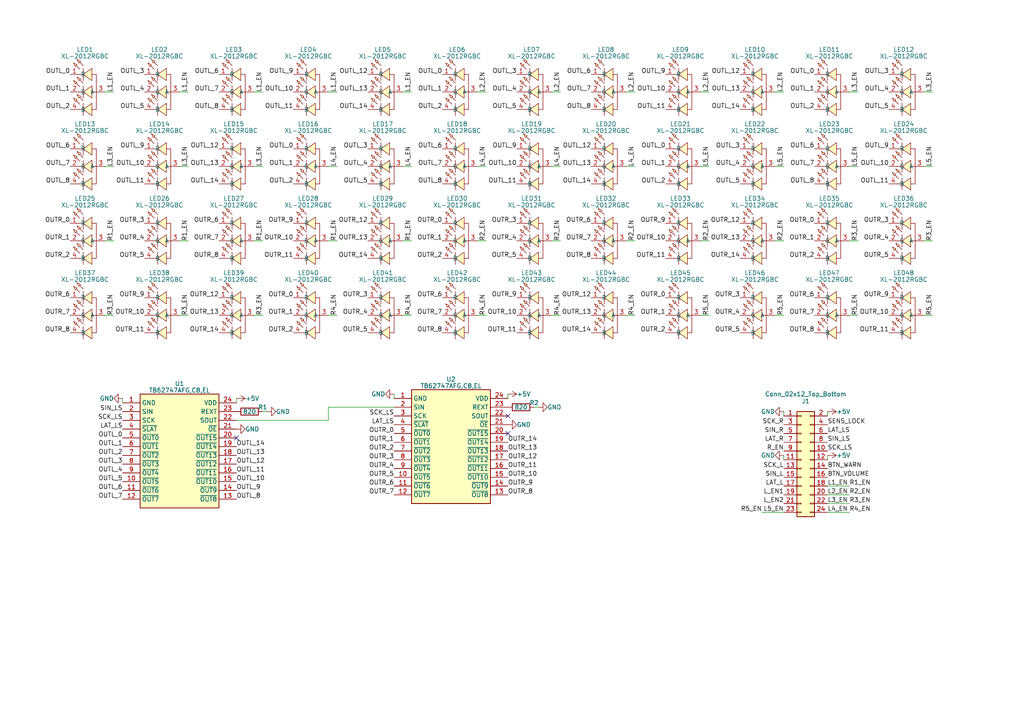
<source format=kicad_sch>
(kicad_sch (version 20230121) (generator eeschema)
  (paper "A4")
  (lib_symbols
    (symbol "C965848:XL-2012RGBC"
      (property "Reference" "LED" (at 0 10.16 0))
      (property "Value" "XL-2012RGBC" (at 0 -10.16 0))
      (symbol "XL-2012RGBC_0_1"
        (polyline (pts (xy -1.27 -5.08) (xy -2.54 -5.08)))
        (polyline (pts (xy -1.27 -3.3) (xy -1.27 -6.86)))
        (polyline (pts (xy -1.27 0) (xy -2.54 0)))
        (polyline (pts (xy -1.27 1.78) (xy -1.27 -1.78)))
        (polyline (pts (xy -1.27 5.08) (xy -2.54 5.08)))
        (polyline (pts (xy -1.27 6.86) (xy -1.27 3.3)))
        (polyline (pts (xy 2.54 -5.08) (xy 1.27 -5.08)))
        (polyline (pts (xy 2.54 0) (xy 1.27 0)))
        (polyline (pts (xy 2.54 5.08) (xy 1.27 5.08)))
        (polyline (pts (xy 2.54 5.08) (xy 2.54 -5.08)))
        (polyline (pts (xy -2.29 -3.56) (xy -3.3 -2.54) (xy -2.29 -3.56)) (fill (type background)))
        (polyline (pts (xy -2.29 1.52) (xy -3.3 2.54) (xy -2.29 1.52)) (fill (type background)))
        (polyline (pts (xy -2.29 6.6) (xy -3.3 7.62) (xy -2.29 6.6)) (fill (type background)))
        (polyline (pts (xy -1.27 -2.54) (xy -2.29 -1.52) (xy -1.27 -2.54)) (fill (type background)))
        (polyline (pts (xy -1.27 2.54) (xy -2.29 3.56) (xy -1.27 2.54)) (fill (type background)))
        (polyline (pts (xy -1.27 7.62) (xy -2.29 8.64) (xy -1.27 7.62)) (fill (type background)))
        (polyline (pts (xy -4.06 -1.78) (xy -3.05 -2.29) (xy -3.56 -2.79) (xy -4.06 -1.78)) (fill (type background)))
        (polyline (pts (xy -4.06 3.3) (xy -3.05 2.79) (xy -3.56 2.29) (xy -4.06 3.3)) (fill (type background)))
        (polyline (pts (xy -4.06 8.38) (xy -3.05 7.87) (xy -3.56 7.37) (xy -4.06 8.38)) (fill (type background)))
        (polyline (pts (xy -3.05 -0.76) (xy -2.03 -1.27) (xy -2.54 -1.78) (xy -3.05 -0.76)) (fill (type background)))
        (polyline (pts (xy -3.05 4.32) (xy -2.03 3.81) (xy -2.54 3.3) (xy -3.05 4.32)) (fill (type background)))
        (polyline (pts (xy -3.05 9.4) (xy -2.03 8.89) (xy -2.54 8.38) (xy -3.05 9.4)) (fill (type background)))
        (polyline (pts (xy 1.27 -3.3) (xy -1.27 -5.08) (xy 1.27 -6.86) (xy 1.27 -3.3)) (fill (type background)))
        (polyline (pts (xy 1.27 1.78) (xy -1.27 0) (xy 1.27 -1.78) (xy 1.27 1.78)) (fill (type background)))
        (polyline (pts (xy 1.27 6.86) (xy -1.27 5.08) (xy 1.27 3.3) (xy 1.27 6.86)) (fill (type background)))
      )
      (symbol "XL-2012RGBC_1_1"
        (pin power_out line (at -5.08 5.08 0) (length 2.54) (name "R") (number "1"))
        (pin power_out line (at -5.08 0 0) (length 2.54) (name "G") (number "2"))
        (pin power_in line (at 5.08 0 180) (length 2.54) (name "A") (number "3"))
        (pin power_out line (at -5.08 -5.08 0) (length 2.54) (name "B") (number "4"))
      )
    )
    (symbol "Connector_Generic:Conn_02x12_Odd_Even" (pin_names (offset 1.016) hide)
      (property "Reference" "J" (at 1.27 15.24 0))
      (property "Value" "Conn_02x12_Odd_Even" (at 1.27 -17.78 0))
      (symbol "Conn_02x12_Odd_Even_1_1"
        (rectangle (start -1.27 -15.113) (end 0 -15.367) (stroke (width 0.1524)))
        (rectangle (start -1.27 -12.573) (end 0 -12.827) (stroke (width 0.1524)))
        (rectangle (start -1.27 -10.033) (end 0 -10.287) (stroke (width 0.1524)))
        (rectangle (start -1.27 -7.493) (end 0 -7.747) (stroke (width 0.1524)))
        (rectangle (start -1.27 -4.953) (end 0 -5.207) (stroke (width 0.1524)))
        (rectangle (start -1.27 -2.413) (end 0 -2.667) (stroke (width 0.1524)))
        (rectangle (start -1.27 0.127) (end 0 -0.127) (stroke (width 0.1524)))
        (rectangle (start -1.27 2.667) (end 0 2.413) (stroke (width 0.1524)))
        (rectangle (start -1.27 5.207) (end 0 4.953) (stroke (width 0.1524)))
        (rectangle (start -1.27 7.747) (end 0 7.493) (stroke (width 0.1524)))
        (rectangle (start -1.27 10.287) (end 0 10.033) (stroke (width 0.1524)))
        (rectangle (start -1.27 12.827) (end 0 12.573) (stroke (width 0.1524)))
        (rectangle (start -1.27 13.97) (end 3.81 -16.51) (stroke (width 0.254)) (fill (type background)))
        (rectangle (start 3.81 -15.113) (end 2.54 -15.367) (stroke (width 0.1524)))
        (rectangle (start 3.81 -12.573) (end 2.54 -12.827) (stroke (width 0.1524)))
        (rectangle (start 3.81 -10.033) (end 2.54 -10.287) (stroke (width 0.1524)))
        (rectangle (start 3.81 -7.493) (end 2.54 -7.747) (stroke (width 0.1524)))
        (rectangle (start 3.81 -4.953) (end 2.54 -5.207) (stroke (width 0.1524)))
        (rectangle (start 3.81 -2.413) (end 2.54 -2.667) (stroke (width 0.1524)))
        (rectangle (start 3.81 0.127) (end 2.54 -0.127) (stroke (width 0.1524)))
        (rectangle (start 3.81 2.667) (end 2.54 2.413) (stroke (width 0.1524)))
        (rectangle (start 3.81 5.207) (end 2.54 4.953) (stroke (width 0.1524)))
        (rectangle (start 3.81 7.747) (end 2.54 7.493) (stroke (width 0.1524)))
        (rectangle (start 3.81 10.287) (end 2.54 10.033) (stroke (width 0.1524)))
        (rectangle (start 3.81 12.827) (end 2.54 12.573) (stroke (width 0.1524)))
        (pin passive line (at -5.08 12.7 0) (length 3.81) (name "Pin_1") (number "1"))
        (pin passive line (at 7.62 2.54 180) (length 3.81) (name "Pin_10") (number "10"))
        (pin passive line (at -5.08 0 0) (length 3.81) (name "Pin_11") (number "11"))
        (pin passive line (at 7.62 0 180) (length 3.81) (name "Pin_12") (number "12"))
        (pin passive line (at -5.08 -2.54 0) (length 3.81) (name "Pin_13") (number "13"))
        (pin passive line (at 7.62 -2.54 180) (length 3.81) (name "Pin_14") (number "14"))
        (pin passive line (at -5.08 -5.08 0) (length 3.81) (name "Pin_15") (number "15"))
        (pin passive line (at 7.62 -5.08 180) (length 3.81) (name "Pin_16") (number "16"))
        (pin passive line (at -5.08 -7.62 0) (length 3.81) (name "Pin_17") (number "17"))
        (pin passive line (at 7.62 -7.62 180) (length 3.81) (name "Pin_18") (number "18"))
        (pin passive line (at -5.08 -10.16 0) (length 3.81) (name "Pin_19") (number "19"))
        (pin passive line (at 7.62 12.7 180) (length 3.81) (name "Pin_2") (number "2"))
        (pin passive line (at 7.62 -10.16 180) (length 3.81) (name "Pin_20") (number "20"))
        (pin passive line (at -5.08 -12.7 0) (length 3.81) (name "Pin_21") (number "21"))
        (pin passive line (at 7.62 -12.7 180) (length 3.81) (name "Pin_22") (number "22"))
        (pin passive line (at -5.08 -15.24 0) (length 3.81) (name "Pin_23") (number "23"))
        (pin passive line (at 7.62 -15.24 180) (length 3.81) (name "Pin_24") (number "24"))
        (pin passive line (at -5.08 10.16 0) (length 3.81) (name "Pin_3") (number "3"))
        (pin passive line (at 7.62 10.16 180) (length 3.81) (name "Pin_4") (number "4"))
        (pin passive line (at -5.08 7.62 0) (length 3.81) (name "Pin_5") (number "5"))
        (pin passive line (at 7.62 7.62 180) (length 3.81) (name "Pin_6") (number "6"))
        (pin passive line (at -5.08 5.08 0) (length 3.81) (name "Pin_7") (number "7"))
        (pin passive line (at 7.62 5.08 180) (length 3.81) (name "Pin_8") (number "8"))
        (pin passive line (at -5.08 2.54 0) (length 3.81) (name "Pin_9") (number "9"))
      )
    )
    (symbol "Device:R" (pin_numbers hide) (pin_names (offset 0))
      (property "Reference" "R" (at 2.032 0 90))
      (property "Value" "R" (at 0 0 90))
      (symbol "R_0_1"
        (rectangle (start -1.016 -2.54) (end 1.016 2.54) (stroke (width 0.254)))
      )
      (symbol "R_1_1"
        (pin passive line (at 0 3.81 270) (length 1.27) (name "~") (number "1"))
        (pin passive line (at 0 -3.81 90) (length 1.27) (name "~") (number "2"))
      )
    )
    (symbol "TB62747AFG_C8_EL:TB62747AFG,C8,EL"
      (property "Reference" "IC" (at 29.21 7.62 0))
      (property "Value" "TB62747AFG,C8,EL" (at 29.21 5.08 0))
      (symbol "TB62747AFG,C8,EL_1_1"
        (rectangle (start 5.08 2.54) (end 27.94 -30.48) (stroke (width 0.254)) (fill (type background)))
        (pin passive line (at 0 0 0) (length 5.08) (name "GND") (number "1"))
        (pin passive line (at 0 -22.86 0) (length 5.08) (name "~{OUT5}") (number "10"))
        (pin passive line (at 0 -25.4 0) (length 5.08) (name "~{OUT6}") (number "11"))
        (pin passive line (at 0 -27.94 0) (length 5.08) (name "~{OUT7}") (number "12"))
        (pin passive line (at 33.02 -27.94 180) (length 5.08) (name "~{OUT8}") (number "13"))
        (pin passive line (at 33.02 -25.4 180) (length 5.08) (name "~{OUT9}") (number "14"))
        (pin passive line (at 33.02 -22.86 180) (length 5.08) (name "~{OUT10}") (number "15"))
        (pin passive line (at 33.02 -20.32 180) (length 5.08) (name "~{OUT11}") (number "16"))
        (pin passive line (at 33.02 -17.78 180) (length 5.08) (name "~{OUT12}") (number "17"))
        (pin passive line (at 33.02 -15.24 180) (length 5.08) (name "~{OUT13}") (number "18"))
        (pin passive line (at 33.02 -12.7 180) (length 5.08) (name "~{OUT14}") (number "19"))
        (pin passive line (at 0 -2.54 0) (length 5.08) (name "SIN") (number "2"))
        (pin passive line (at 33.02 -10.16 180) (length 5.08) (name "~{OUT15}") (number "20"))
        (pin passive line (at 33.02 -7.62 180) (length 5.08) (name "~{OE}") (number "21"))
        (pin passive line (at 33.02 -5.08 180) (length 5.08) (name "SOUT") (number "22"))
        (pin passive line (at 33.02 -2.54 180) (length 5.08) (name "REXT") (number "23"))
        (pin passive line (at 33.02 0 180) (length 5.08) (name "VDD") (number "24"))
        (pin passive line (at 0 -5.08 0) (length 5.08) (name "SCK") (number "3"))
        (pin passive line (at 0 -7.62 0) (length 5.08) (name "~{SLAT}") (number "4"))
        (pin passive line (at 0 -10.16 0) (length 5.08) (name "~{OUT0}") (number "5"))
        (pin passive line (at 0 -12.7 0) (length 5.08) (name "~{OUT1}") (number "6"))
        (pin passive line (at 0 -15.24 0) (length 5.08) (name "~{OUT2}") (number "7"))
        (pin passive line (at 0 -17.78 0) (length 5.08) (name "~{OUT3}") (number "8"))
        (pin passive line (at 0 -20.32 0) (length 5.08) (name "~{OUT4}") (number "9"))
      )
    )
    (symbol "power:+5V" (power) (pin_names (offset 0))
      (property "Value" "+5V" (at 0 3.556 0))
      (symbol "+5V_0_1"
        (polyline (pts (xy -0.762 1.27) (xy 0 2.54)))
        (polyline (pts (xy 0 0) (xy 0 2.54)))
        (polyline (pts (xy 0 2.54) (xy 0.762 1.27)))
      )
      (symbol "+5V_1_1"
        (pin power_in line (at 0 0 90) (length 0) hide (name "+5V") (number "1"))
      )
    )
    (symbol "power:GND" (power) (pin_names (offset 0))
      (property "Value" "GND" (at 0 -3.81 0))
      (symbol "GND_0_1"
        (polyline (pts (xy 0 0) (xy 0 -1.27) (xy 1.27 -1.27) (xy 0 -2.54) (xy -1.27 -1.27) (xy 0 -1.27)))
      )
      (symbol "GND_1_1"
        (pin power_in line (at 0 0 270) (length 0) hide (name "GND") (number "1"))
      )
    )
  )
  (no_connect (at 68.58 127))
  (no_connect (at 147.32 125.73))
  (no_connect (at 147.32 120.65))
  (wire (pts (xy 140.97 91.44) (xy 138.43 91.44)))
  (wire (pts (xy 33.02 69.85) (xy 30.48 69.85)))
  (wire (pts (xy 54.61 91.44) (xy 52.07 91.44)))
  (wire (pts (xy 162.56 26.67) (xy 160.02 26.67)))
  (wire (pts (xy 140.97 69.85) (xy 138.43 69.85)))
  (wire (pts (xy 162.56 91.44) (xy 160.02 91.44)))
  (wire (pts (xy 240.03 132.08) (xy 240.03 133.35)))
  (wire (pts (xy 227.33 91.44) (xy 224.79 91.44)))
  (wire (pts (xy 227.33 26.67) (xy 224.79 26.67)))
  (wire (pts (xy 95.25 121.92) (xy 95.25 118.11)))
  (wire (pts (xy 147.32 114.3) (xy 147.32 115.57)))
  (wire (pts (xy 68.58 121.92) (xy 95.25 121.92)))
  (wire (pts (xy 54.61 48.26) (xy 52.07 48.26)))
  (wire (pts (xy 97.79 48.26) (xy 95.25 48.26)))
  (wire (pts (xy 227.33 48.26) (xy 224.79 48.26)))
  (wire (pts (xy 119.38 69.85) (xy 116.84 69.85)))
  (wire (pts (xy 248.92 26.67) (xy 246.38 26.67)))
  (wire (pts (xy 76.2 91.44) (xy 73.66 91.44)))
  (wire (pts (xy 270.51 91.44) (xy 267.97 91.44)))
  (wire (pts (xy 97.79 91.44) (xy 95.25 91.44)))
  (wire (pts (xy 162.56 69.85) (xy 160.02 69.85)))
  (wire (pts (xy 35.56 115.57) (xy 35.56 116.84)))
  (wire (pts (xy 248.92 48.26) (xy 246.38 48.26)))
  (wire (pts (xy 140.97 48.26) (xy 138.43 48.26)))
  (wire (pts (xy 77.47 119.38) (xy 76.2 119.38)))
  (wire (pts (xy 220.98 148.59) (xy 227.33 148.59)))
  (wire (pts (xy 68.58 115.57) (xy 68.58 116.84)))
  (wire (pts (xy 227.33 132.08) (xy 227.33 133.35)))
  (wire (pts (xy 119.38 48.26) (xy 116.84 48.26)))
  (wire (pts (xy 140.97 26.67) (xy 138.43 26.67)))
  (wire (pts (xy 227.33 119.38) (xy 227.33 120.65)))
  (wire (pts (xy 33.02 26.67) (xy 30.48 26.67)))
  (wire (pts (xy 270.51 69.85) (xy 267.97 69.85)))
  (wire (pts (xy 205.74 26.67) (xy 203.2 26.67)))
  (wire (pts (xy 54.61 26.67) (xy 52.07 26.67)))
  (wire (pts (xy 33.02 91.44) (xy 30.48 91.44)))
  (wire (pts (xy 97.79 69.85) (xy 95.25 69.85)))
  (wire (pts (xy 270.51 48.26) (xy 267.97 48.26)))
  (wire (pts (xy 184.15 91.44) (xy 181.61 91.44)))
  (wire (pts (xy 119.38 26.67) (xy 116.84 26.67)))
  (wire (pts (xy 76.2 48.26) (xy 73.66 48.26)))
  (wire (pts (xy 76.2 26.67) (xy 73.66 26.67)))
  (wire (pts (xy 205.74 91.44) (xy 203.2 91.44)))
  (wire (pts (xy 240.03 143.51) (xy 246.38 143.51)))
  (wire (pts (xy 76.2 69.85) (xy 73.66 69.85)))
  (wire (pts (xy 184.15 26.67) (xy 181.61 26.67)))
  (wire (pts (xy 95.25 118.11) (xy 114.3 118.11)))
  (wire (pts (xy 240.03 148.59) (xy 246.38 148.59)))
  (wire (pts (xy 240.03 146.05) (xy 246.38 146.05)))
  (wire (pts (xy 119.38 91.44) (xy 116.84 91.44)))
  (wire (pts (xy 270.51 26.67) (xy 267.97 26.67)))
  (wire (pts (xy 240.03 140.97) (xy 246.38 140.97)))
  (wire (pts (xy 184.15 48.26) (xy 181.61 48.26)))
  (wire (pts (xy 162.56 48.26) (xy 160.02 48.26)))
  (wire (pts (xy 97.79 26.67) (xy 95.25 26.67)))
  (wire (pts (xy 248.92 69.85) (xy 246.38 69.85)))
  (wire (pts (xy 205.74 48.26) (xy 203.2 48.26)))
  (wire (pts (xy 248.92 91.44) (xy 246.38 91.44)))
  (wire (pts (xy 240.03 119.38) (xy 240.03 120.65)))
  (wire (pts (xy 33.02 48.26) (xy 30.48 48.26)))
  (wire (pts (xy 184.15 69.85) (xy 181.61 69.85)))
  (wire (pts (xy 156.21 118.11) (xy 154.94 118.11)))
  (wire (pts (xy 227.33 69.85) (xy 224.79 69.85)))
  (wire (pts (xy 54.61 69.85) (xy 52.07 69.85)))
  (wire (pts (xy 114.3 114.3) (xy 114.3 115.57)))
  (wire (pts (xy 205.74 69.85) (xy 203.2 69.85)))
  (label "OUTL_14" (at 171.45 53.34 180))
  (label "OUTL_2" (at 193.04 53.34 180))
  (label "OUTL_10" (at 193.04 26.67 180))
  (label "OUTR_9" (at 147.32 140.97 0))
  (label "OUTR_2" (at 193.04 96.52 180))
  (label "R5_EN" (at 270.51 91.44 90))
  (label "OUTL_13" (at 171.45 48.26 180))
  (label "OUTL_4" (at 35.56 137.16 180))
  (label "OUTL_0" (at 35.56 127 180))
  (label "OUTR_8" (at 171.45 74.93 180))
  (label "OUTL_13" (at 63.5 48.26 180))
  (label "OUTL_6" (at 63.5 21.59 180))
  (label "OUTR_3" (at 41.91 64.77 180))
  (label "R4_EN" (at 162.56 91.44 90))
  (label "OUTR_5" (at 257.81 74.93 180))
  (label "OUTR_9" (at 193.04 64.77 180))
  (label "R4_EN" (at 184.15 91.44 90))
  (label "R3_EN" (at 246.38 146.05 0))
  (label "OUTL_14" (at 68.58 129.54 0))
  (label "L1_EN" (at 240.03 140.97 0))
  (label "OUTL_6" (at 128.27 43.18 180))
  (label "OUTR_4" (at 257.81 69.85 180))
  (label "R3_EN" (at 76.2 91.44 90))
  (label "L3_EN" (at 248.92 26.67 90))
  (label "BTN_VOLUME" (at 240.03 138.43 0))
  (label "L3_EN" (at 54.61 48.26 90))
  (label "L1_EN" (at 97.79 26.67 90))
  (label "L4_EN" (at 119.38 48.26 90))
  (label "R1_EN" (at 54.61 69.85 90))
  (label "R3_EN" (at 248.92 69.85 90))
  (label "L_EN1" (at 227.33 143.51 180))
  (label "LAT_LS" (at 240.03 125.73 0))
  (label "R2_EN" (at 227.33 69.85 90))
  (label "OUTL_14" (at 63.5 53.34 180))
  (label "R2_EN" (at 162.56 69.85 90))
  (label "OUTL_9" (at 257.81 43.18 180))
  (label "OUTR_1" (at 236.22 69.85 180))
  (label "OUTR_5" (at 106.68 96.52 180))
  (label "OUTR_1" (at 128.27 69.85 180))
  (label "OUTL_3" (at 41.91 21.59 180))
  (label "OUTR_5" (at 114.3 138.43 180))
  (label "OUTR_3" (at 106.68 86.36 180))
  (label "OUTR_7" (at 128.27 91.44 180))
  (label "OUTL_11" (at 149.86 53.34 180))
  (label "OUTL_3" (at 214.63 43.18 180))
  (label "SCK_LS" (at 35.56 121.92 180))
  (label "OUTR_0" (at 20.32 64.77 180))
  (label "OUTR_0" (at 85.09 86.36 180))
  (label "OUTL_0" (at 20.32 21.59 180))
  (label "L3_EN" (at 33.02 48.26 90))
  (label "OUTL_8" (at 128.27 53.34 180))
  (label "R1_EN" (at 76.2 69.85 90))
  (label "SIN_LS" (at 240.03 128.27 0))
  (label "OUTL_9" (at 41.91 43.18 180))
  (label "OUTR_7" (at 114.3 143.51 180))
  (label "OUTR_14" (at 63.5 96.52 180))
  (label "OUTL_7" (at 128.27 48.26 180))
  (label "R4_EN" (at 97.79 91.44 90))
  (label "L4_EN" (at 97.79 48.26 90))
  (label "OUTL_4" (at 106.68 48.26 180))
  (label "R1_EN" (at 33.02 69.85 90))
  (label "L4_EN" (at 240.03 148.59 0))
  (label "OUTL_13" (at 106.68 26.67 180))
  (label "OUTR_7" (at 63.5 69.85 180))
  (label "OUTL_6" (at 35.56 142.24 180))
  (label "SIN_L" (at 227.33 138.43 180))
  (label "R1_EN" (at 97.79 69.85 90))
  (label "OUTL_5" (at 106.68 53.34 180))
  (label "OUTR_10" (at 85.09 69.85 180))
  (label "L5_EN" (at 227.33 148.59 180))
  (label "OUTR_0" (at 236.22 64.77 180))
  (label "OUTR_12" (at 63.5 86.36 180))
  (label "OUTL_7" (at 20.32 48.26 180))
  (label "OUTL_6" (at 236.22 43.18 180))
  (label "OUTL_6" (at 171.45 21.59 180))
  (label "OUTL_11" (at 68.58 137.16 0))
  (label "OUTL_5" (at 41.91 31.75 180))
  (label "SENS_LOCK" (at 240.03 123.19 0))
  (label "OUTL_1" (at 128.27 26.67 180))
  (label "OUTL_1" (at 35.56 129.54 180))
  (label "OUTR_10" (at 193.04 69.85 180))
  (label "OUTL_1" (at 193.04 48.26 180))
  (label "R3_EN" (at 54.61 91.44 90))
  (label "OUTR_2" (at 114.3 130.81 180))
  (label "OUTR_6" (at 114.3 140.97 180))
  (label "R2_EN" (at 140.97 69.85 90))
  (label "L5_EN" (at 227.33 48.26 90))
  (label "OUTR_11" (at 149.86 96.52 180))
  (label "OUTR_10" (at 257.81 91.44 180))
  (label "OUTL_5" (at 35.56 139.7 180))
  (label "R4_EN" (at 119.38 91.44 90))
  (label "L3_EN" (at 270.51 26.67 90))
  (label "OUTL_4" (at 214.63 48.26 180))
  (label "R1_EN" (at 246.38 140.97 0))
  (label "OUTR_10" (at 41.91 91.44 180))
  (label "OUTR_2" (at 85.09 96.52 180))
  (label "OUTL_13" (at 68.58 132.08 0))
  (label "R5_EN" (at 220.98 148.59 180))
  (label "L5_EN" (at 248.92 48.26 90))
  (label "OUTL_10" (at 41.91 48.26 180))
  (label "L1_EN" (at 76.2 26.67 90))
  (label "OUTR_1" (at 114.3 128.27 180))
  (label "OUTR_8" (at 20.32 96.52 180))
  (label "OUTL_8" (at 171.45 31.75 180))
  (label "OUTR_3" (at 149.86 64.77 180))
  (label "OUTL_2" (at 85.09 53.34 180))
  (label "L1_EN" (at 54.61 26.67 90))
  (label "OUTL_9" (at 68.58 142.24 0))
  (label "OUTL_0" (at 193.04 43.18 180))
  (label "OUTR_6" (at 171.45 64.77 180))
  (label "OUTR_8" (at 128.27 96.52 180))
  (label "OUTR_11" (at 193.04 74.93 180))
  (label "OUTR_9" (at 41.91 86.36 180))
  (label "OUTL_1" (at 85.09 48.26 180))
  (label "L3_EN" (at 240.03 146.05 0))
  (label "LAT_L" (at 227.33 140.97 180))
  (label "OUTL_12" (at 68.58 134.62 0))
  (label "OUTL_0" (at 85.09 43.18 180))
  (label "OUTR_14" (at 106.68 74.93 180))
  (label "OUTR_12" (at 106.68 64.77 180))
  (label "OUTR_9" (at 149.86 86.36 180))
  (label "BTN_WARN" (at 240.03 135.89 0))
  (label "OUTR_11" (at 147.32 135.89 0))
  (label "OUTL_4" (at 41.91 26.67 180))
  (label "OUTL_5" (at 214.63 53.34 180))
  (label "OUTR_11" (at 41.91 96.52 180))
  (label "R2_EN" (at 205.74 69.85 90))
  (label "SCK_LS" (at 114.3 120.65 180))
  (label "OUTL_11" (at 85.09 31.75 180))
  (label "OUTL_2" (at 20.32 31.75 180))
  (label "OUTR_5" (at 214.63 96.52 180))
  (label "L1_EN" (at 33.02 26.67 90))
  (label "OUTR_4" (at 106.68 91.44 180))
  (label "OUTR_6" (at 20.32 86.36 180))
  (label "OUTL_2" (at 236.22 31.75 180))
  (label "OUTR_0" (at 114.3 125.73 180))
  (label "OUTL_10" (at 68.58 139.7 0))
  (label "R2_EN" (at 184.15 69.85 90))
  (label "OUTL_8" (at 20.32 53.34 180))
  (label "OUTL_7" (at 35.56 144.78 180))
  (label "OUTL_11" (at 41.91 53.34 180))
  (label "L2_EN" (at 184.15 26.67 90))
  (label "OUTR_12" (at 214.63 64.77 180))
  (label "R5_EN" (at 205.74 91.44 90))
  (label "OUTL_12" (at 171.45 43.18 180))
  (label "OUTL_4" (at 257.81 26.67 180))
  (label "OUTR_8" (at 63.5 74.93 180))
  (label "OUTR_9" (at 257.81 86.36 180))
  (label "OUTR_7" (at 20.32 91.44 180))
  (label "OUTL_10" (at 85.09 26.67 180))
  (label "OUTR_6" (at 236.22 86.36 180))
  (label "OUTR_4" (at 149.86 69.85 180))
  (label "R5_EN" (at 227.33 91.44 90))
  (label "OUTL_1" (at 236.22 26.67 180))
  (label "OUTL_9" (at 149.86 43.18 180))
  (label "OUTR_10" (at 149.86 91.44 180))
  (label "R4_EN" (at 140.97 91.44 90))
  (label "OUTL_11" (at 193.04 31.75 180))
  (label "OUTR_11" (at 257.81 96.52 180))
  (label "OUTR_13" (at 106.68 69.85 180))
  (label "OUTR_14" (at 171.45 96.52 180))
  (label "OUTR_7" (at 171.45 69.85 180))
  (label "OUTL_3" (at 149.86 21.59 180))
  (label "OUTR_6" (at 128.27 86.36 180))
  (label "OUTR_2" (at 20.32 74.93 180))
  (label "OUTL_0" (at 128.27 21.59 180))
  (label "L2_EN" (at 162.56 26.67 90))
  (label "L2_EN" (at 227.33 26.67 90))
  (label "LAT_LS" (at 35.56 124.46 180))
  (label "OUTR_13" (at 63.5 91.44 180))
  (label "OUTL_7" (at 63.5 26.67 180))
  (label "SIN_LS" (at 35.56 119.38 180))
  (label "L5_EN" (at 270.51 48.26 90))
  (label "OUTL_6" (at 20.32 43.18 180))
  (label "R3_EN" (at 270.51 69.85 90))
  (label "R_EN" (at 227.33 130.81 180))
  (label "OUTL_8" (at 63.5 31.75 180))
  (label "OUTR_1" (at 193.04 91.44 180))
  (label "OUTR_4" (at 114.3 135.89 180))
  (label "OUTL_13" (at 214.63 26.67 180))
  (label "OUTL_11" (at 257.81 53.34 180))
  (label "OUTR_4" (at 214.63 91.44 180))
  (label "OUTL_5" (at 257.81 31.75 180))
  (label "R3_EN" (at 33.02 91.44 90))
  (label "OUTR_12" (at 147.32 133.35 0))
  (label "L1_EN" (at 119.38 26.67 90))
  (label "SCK_L" (at 227.33 135.89 180))
  (label "OUTL_3" (at 106.68 43.18 180))
  (label "OUTR_3" (at 214.63 86.36 180))
  (label "SIN_R" (at 227.33 125.73 180))
  (label "R4_EN" (at 246.38 148.59 0))
  (label "OUTL_2" (at 35.56 132.08 180))
  (label "OUTL_9" (at 85.09 21.59 180))
  (label "OUTL_9" (at 193.04 21.59 180))
  (label "OUTL_14" (at 214.63 31.75 180))
  (label "OUTR_12" (at 171.45 86.36 180))
  (label "OUTL_3" (at 35.56 134.62 180))
  (label "OUTR_0" (at 193.04 86.36 180))
  (label "OUTL_3" (at 257.81 21.59 180))
  (label "L2_EN" (at 205.74 26.67 90))
  (label "OUTR_8" (at 236.22 96.52 180))
  (label "SCK_LS" (at 240.03 130.81 0))
  (label "L4_EN" (at 140.97 48.26 90))
  (label "OUTR_3" (at 257.81 64.77 180))
  (label "L5_EN" (at 205.74 48.26 90))
  (label "R2_EN" (at 246.38 143.51 0))
  (label "OUTL_10" (at 149.86 48.26 180))
  (label "OUTL_12" (at 214.63 21.59 180))
  (label "OUTR_3" (at 114.3 133.35 180))
  (label "LAT_LS" (at 114.3 123.19 180))
  (label "OUTR_0" (at 128.27 64.77 180))
  (label "OUTL_8" (at 68.58 144.78 0))
  (label "L_EN2" (at 227.33 146.05 180))
  (label "LAT_R" (at 227.33 128.27 180))
  (label "OUTR_13" (at 214.63 69.85 180))
  (label "OUTR_9" (at 85.09 64.77 180))
  (label "L2_EN" (at 140.97 26.67 90))
  (label "OUTL_10" (at 257.81 48.26 180))
  (label "OUTL_0" (at 236.22 21.59 180))
  (label "OUTR_14" (at 147.32 128.27 0))
  (label "OUTR_14" (at 214.63 74.93 180))
  (label "L4_EN" (at 184.15 48.26 90))
  (label "OUTR_11" (at 85.09 74.93 180))
  (label "OUTR_2" (at 236.22 74.93 180))
  (label "L4_EN" (at 162.56 48.26 90))
  (label "OUTL_1" (at 20.32 26.67 180))
  (label "OUTR_4" (at 41.91 69.85 180))
  (label "OUTR_5" (at 41.91 74.93 180))
  (label "OUTR_8" (at 147.32 143.51 0))
  (label "OUTL_8" (at 236.22 53.34 180))
  (label "OUTL_12" (at 106.68 21.59 180))
  (label "OUTR_10" (at 147.32 138.43 0))
  (label "OUTR_1" (at 85.09 91.44 180))
  (label "OUTR_13" (at 147.32 130.81 0))
  (label "OUTR_1" (at 20.32 69.85 180))
  (label "L2_EN" (at 240.03 143.51 0))
  (label "OUTR_6" (at 63.5 64.77 180))
  (label "OUTR_13" (at 171.45 91.44 180))
  (label "OUTL_7" (at 236.22 48.26 180))
  (label "OUTL_4" (at 149.86 26.67 180))
  (label "OUTR_7" (at 236.22 91.44 180))
  (label "OUTR_2" (at 128.27 74.93 180))
  (label "OUTR_5" (at 149.86 74.93 180))
  (label "OUTL_14" (at 106.68 31.75 180))
  (label "R5_EN" (at 248.92 91.44 90))
  (label "OUTL_7" (at 171.45 26.67 180))
  (label "R1_EN" (at 119.38 69.85 90))
  (label "L3_EN" (at 76.2 48.26 90))
  (label "OUTL_5" (at 149.86 31.75 180))
  (label "OUTL_2" (at 128.27 31.75 180))
  (label "OUTL_12" (at 63.5 43.18 180))
  (label "SCK_R" (at 227.33 123.19 180))
  (symbol (lib_id "C965848:XL-2012RGBC") (at 133.35 26.67 0) (unit 1)
    (property "Reference" "LED6" (at 132.59 14.3871 0))
    (property "Value" "XL-2012RGBC" (at 132.59 16.3081 0))
    (property "Footprint" "footprints:LED RGB XINGLIGHT XL-2012RGBC 0805" (effects hide))
    (property "Manufacturer" "XINGLIGHT(成兴光)" (effects hide))
    (property "LCSC Part" "C965848" (effects hide))
    (property "JLC Part" "Extended Part" (effects hide))
  )
  (symbol (lib_id "C965848:XL-2012RGBC") (at 25.4 69.85 0) (unit 1)
    (property "Reference" "LED25" (at 24.64 57.5671 0))
    (property "Value" "XL-2012RGBC" (at 24.64 59.4881 0))
    (property "Footprint" "footprints:LED RGB XINGLIGHT XL-2012RGBC 0805" (effects hide))
    (property "Manufacturer" "XINGLIGHT(成兴光)" (effects hide))
    (property "LCSC Part" "C965848" (effects hide))
    (property "JLC Part" "Extended Part" (effects hide))
  )
  (symbol (lib_id "Connector_Generic:Conn_02x12_Odd_Even") (at 232.41 133.35 0) (unit 1)
    (property "Reference" "J1" (at 233.68 116.3701 0))
    (property "Value" "Conn_02x12_Top_Bottom" (at 233.68 114.3 0))
    (property "Footprint" "Connector_PinHeader_2.00mm:PinHeader_2x12_P2.00mm_Vertical_SMD" (effects hide))
  )
  (symbol (lib_id "power:GND") (at 68.58 124.46 90) (unit 1)
    (property "Reference" "#PWR05" (effects hide))
    (property "Value" "GND" (at 71.12 124.46 90) (effects (justify right)))
  )
  (symbol (lib_id "C965848:XL-2012RGBC") (at 154.94 69.85 0) (unit 1)
    (property "Reference" "LED31" (at 154.18 57.5671 0))
    (property "Value" "XL-2012RGBC" (at 154.18 59.4881 0))
    (property "Footprint" "footprints:LED RGB XINGLIGHT XL-2012RGBC 0805" (effects hide))
    (property "Manufacturer" "XINGLIGHT(成兴光)" (effects hide))
    (property "LCSC Part" "C965848" (effects hide))
    (property "JLC Part" "Extended Part" (effects hide))
  )
  (symbol (lib_id "C965848:XL-2012RGBC") (at 111.76 69.85 0) (unit 1)
    (property "Reference" "LED29" (at 111 57.5671 0))
    (property "Value" "XL-2012RGBC" (at 111 59.4881 0))
    (property "Footprint" "footprints:LED RGB XINGLIGHT XL-2012RGBC 0805" (effects hide))
    (property "Manufacturer" "XINGLIGHT(成兴光)" (effects hide))
    (property "LCSC Part" "C965848" (effects hide))
    (property "JLC Part" "Extended Part" (effects hide))
  )
  (symbol (lib_id "C965848:XL-2012RGBC") (at 241.3 69.85 0) (unit 1)
    (property "Reference" "LED35" (at 240.54 57.5671 0))
    (property "Value" "XL-2012RGBC" (at 240.54 59.4881 0))
    (property "Footprint" "footprints:LED RGB XINGLIGHT XL-2012RGBC 0805" (effects hide))
    (property "Manufacturer" "XINGLIGHT(成兴光)" (effects hide))
    (property "LCSC Part" "C965848" (effects hide))
    (property "JLC Part" "Extended Part" (effects hide))
  )
  (symbol (lib_id "C965848:XL-2012RGBC") (at 68.58 91.44 0) (unit 1)
    (property "Reference" "LED39" (at 67.82 79.1571 0))
    (property "Value" "XL-2012RGBC" (at 67.82 81.0781 0))
    (property "Footprint" "footprints:LED RGB XINGLIGHT XL-2012RGBC 0805" (effects hide))
    (property "Manufacturer" "XINGLIGHT(成兴光)" (effects hide))
    (property "LCSC Part" "C965848" (effects hide))
    (property "JLC Part" "Extended Part" (effects hide))
  )
  (symbol (lib_id "C965848:XL-2012RGBC") (at 219.71 48.26 0) (unit 1)
    (property "Reference" "LED22" (at 218.95 35.9771 0))
    (property "Value" "XL-2012RGBC" (at 218.95 37.8981 0))
    (property "Footprint" "footprints:LED RGB XINGLIGHT XL-2012RGBC 0805" (effects hide))
    (property "Manufacturer" "XINGLIGHT(成兴光)" (effects hide))
    (property "LCSC Part" "C965848" (effects hide))
    (property "JLC Part" "Extended Part" (effects hide))
  )
  (symbol (lib_id "C965848:XL-2012RGBC") (at 241.3 48.26 0) (unit 1)
    (property "Reference" "LED23" (at 240.54 35.9771 0))
    (property "Value" "XL-2012RGBC" (at 240.54 37.8981 0))
    (property "Footprint" "footprints:LED RGB XINGLIGHT XL-2012RGBC 0805" (effects hide))
    (property "Manufacturer" "XINGLIGHT(成兴光)" (effects hide))
    (property "LCSC Part" "C965848" (effects hide))
    (property "JLC Part" "Extended Part" (effects hide))
  )
  (symbol (lib_id "C965848:XL-2012RGBC") (at 262.89 48.26 0) (unit 1)
    (property "Reference" "LED24" (at 262.13 35.9771 0))
    (property "Value" "XL-2012RGBC" (at 262.13 37.8981 0))
    (property "Footprint" "footprints:LED RGB XINGLIGHT XL-2012RGBC 0805" (effects hide))
    (property "Manufacturer" "XINGLIGHT(成兴光)" (effects hide))
    (property "LCSC Part" "C965848" (effects hide))
    (property "JLC Part" "Extended Part" (effects hide))
  )
  (symbol (lib_id "C965848:XL-2012RGBC") (at 90.17 26.67 0) (unit 1)
    (property "Reference" "LED4" (at 89.41 14.3871 0))
    (property "Value" "XL-2012RGBC" (at 89.41 16.3081 0))
    (property "Footprint" "footprints:LED RGB XINGLIGHT XL-2012RGBC 0805" (effects hide))
    (property "Manufacturer" "XINGLIGHT(成兴光)" (effects hide))
    (property "LCSC Part" "C965848" (effects hide))
    (property "JLC Part" "Extended Part" (effects hide))
  )
  (symbol (lib_id "C965848:XL-2012RGBC") (at 133.35 91.44 0) (unit 1)
    (property "Reference" "LED42" (at 132.59 79.1571 0))
    (property "Value" "XL-2012RGBC" (at 132.59 81.0781 0))
    (property "Footprint" "footprints:LED RGB XINGLIGHT XL-2012RGBC 0805" (effects hide))
    (property "Manufacturer" "XINGLIGHT(成兴光)" (effects hide))
    (property "LCSC Part" "C965848" (effects hide))
    (property "JLC Part" "Extended Part" (effects hide))
  )
  (symbol (lib_id "C965848:XL-2012RGBC") (at 198.12 26.67 0) (unit 1)
    (property "Reference" "LED9" (at 197.36 14.3871 0))
    (property "Value" "XL-2012RGBC" (at 197.36 16.3081 0))
    (property "Footprint" "footprints:LED RGB XINGLIGHT XL-2012RGBC 0805" (effects hide))
    (property "Manufacturer" "XINGLIGHT(成兴光)" (effects hide))
    (property "LCSC Part" "C965848" (effects hide))
    (property "JLC Part" "Extended Part" (effects hide))
  )
  (symbol (lib_id "C965848:XL-2012RGBC") (at 241.3 26.67 0) (unit 1)
    (property "Reference" "LED11" (at 240.54 14.3871 0))
    (property "Value" "XL-2012RGBC" (at 240.54 16.3081 0))
    (property "Footprint" "footprints:LED RGB XINGLIGHT XL-2012RGBC 0805" (effects hide))
    (property "Manufacturer" "XINGLIGHT(成兴光)" (effects hide))
    (property "LCSC Part" "C965848" (effects hide))
    (property "JLC Part" "Extended Part" (effects hide))
  )
  (symbol (lib_id "C965848:XL-2012RGBC") (at 133.35 69.85 0) (unit 1)
    (property "Reference" "LED30" (at 132.59 57.5671 0))
    (property "Value" "XL-2012RGBC" (at 132.59 59.4881 0))
    (property "Footprint" "footprints:LED RGB XINGLIGHT XL-2012RGBC 0805" (effects hide))
    (property "Manufacturer" "XINGLIGHT(成兴光)" (effects hide))
    (property "LCSC Part" "C965848" (effects hide))
    (property "JLC Part" "Extended Part" (effects hide))
  )
  (symbol (lib_id "C965848:XL-2012RGBC") (at 111.76 48.26 0) (unit 1)
    (property "Reference" "LED17" (at 111 35.9771 0))
    (property "Value" "XL-2012RGBC" (at 111 37.8981 0))
    (property "Footprint" "footprints:LED RGB XINGLIGHT XL-2012RGBC 0805" (effects hide))
    (property "Manufacturer" "XINGLIGHT(成兴光)" (effects hide))
    (property "LCSC Part" "C965848" (effects hide))
    (property "JLC Part" "Extended Part" (effects hide))
  )
  (symbol (lib_id "C965848:XL-2012RGBC") (at 198.12 48.26 0) (unit 1)
    (property "Reference" "LED21" (at 197.36 35.9771 0))
    (property "Value" "XL-2012RGBC" (at 197.36 37.8981 0))
    (property "Footprint" "footprints:LED RGB XINGLIGHT XL-2012RGBC 0805" (effects hide))
    (property "Manufacturer" "XINGLIGHT(成兴光)" (effects hide))
    (property "LCSC Part" "C965848" (effects hide))
    (property "JLC Part" "Extended Part" (effects hide))
  )
  (symbol (lib_id "C965848:XL-2012RGBC") (at 133.35 48.26 0) (unit 1)
    (property "Reference" "LED18" (at 132.59 35.9771 0))
    (property "Value" "XL-2012RGBC" (at 132.59 37.8981 0))
    (property "Footprint" "footprints:LED RGB XINGLIGHT XL-2012RGBC 0805" (effects hide))
    (property "Manufacturer" "XINGLIGHT(成兴光)" (effects hide))
    (property "LCSC Part" "C965848" (effects hide))
    (property "JLC Part" "Extended Part" (effects hide))
  )
  (symbol (lib_id "C965848:XL-2012RGBC") (at 111.76 91.44 0) (unit 1)
    (property "Reference" "LED41" (at 111 79.1571 0))
    (property "Value" "XL-2012RGBC" (at 111 81.0781 0))
    (property "Footprint" "footprints:LED RGB XINGLIGHT XL-2012RGBC 0805" (effects hide))
    (property "Manufacturer" "XINGLIGHT(成兴光)" (effects hide))
    (property "LCSC Part" "C965848" (effects hide))
    (property "JLC Part" "Extended Part" (effects hide))
  )
  (symbol (lib_id "TB62747AFG_C8_EL:TB62747AFG,C8,EL") (at 35.56 116.84 0) (unit 1)
    (property "Reference" "U1" (at 52.07 111.2901 0))
    (property "Value" "TB62747AFG,C8,EL" (at 52.07 113.2111 0))
    (property "Footprint" "TB62747AFG:SOP100P800X190-24N" (effects hide))
    (property "Datasheet" "https://www.arrow.com/en/products/tb62747afg-oc8el/toshiba" (effects hide))
    (property "Height" "1.9" (effects hide))
    (property "Mouser Part Number" "757-TB62747AFG,C8,EL" (effects hide))
    (property "Mouser Price/Stock" "https://www.mouser.co.uk/ProductDetail/Toshiba/TB62747AFGC8EL?qs=W%2FMpXkg%252BdQ5HSt5SF9PDuQ%3D%3D" (effects hide))
    (property "Manufacturer_Name" "Toshiba" (effects hide))
    (property "Manufacturer_Part_Number" "TB62747AFG,C8,EL" (effects hide))
  )
  (symbol (lib_id "C965848:XL-2012RGBC") (at 219.71 69.85 0) (unit 1)
    (property "Reference" "LED34" (at 218.95 57.5671 0))
    (property "Value" "XL-2012RGBC" (at 218.95 59.4881 0))
    (property "Footprint" "footprints:LED RGB XINGLIGHT XL-2012RGBC 0805" (effects hide))
    (property "Manufacturer" "XINGLIGHT(成兴光)" (effects hide))
    (property "LCSC Part" "C965848" (effects hide))
    (property "JLC Part" "Extended Part" (effects hide))
  )
  (symbol (lib_id "C965848:XL-2012RGBC") (at 68.58 69.85 0) (unit 1)
    (property "Reference" "LED27" (at 67.82 57.5671 0))
    (property "Value" "XL-2012RGBC" (at 67.82 59.4881 0))
    (property "Footprint" "footprints:LED RGB XINGLIGHT XL-2012RGBC 0805" (effects hide))
    (property "Manufacturer" "XINGLIGHT(成兴光)" (effects hide))
    (property "LCSC Part" "C965848" (effects hide))
    (property "JLC Part" "Extended Part" (effects hide))
  )
  (symbol (lib_id "C965848:XL-2012RGBC") (at 25.4 26.67 0) (unit 1)
    (property "Reference" "LED1" (at 24.64 14.3871 0))
    (property "Value" "XL-2012RGBC" (at 24.64 16.3081 0))
    (property "Footprint" "footprints:LED RGB XINGLIGHT XL-2012RGBC 0805" (effects hide))
    (property "Manufacturer" "XINGLIGHT(成兴光)" (effects hide))
    (property "LCSC Part" "C965848" (effects hide))
    (property "JLC Part" "Extended Part" (effects hide))
  )
  (symbol (lib_id "C965848:XL-2012RGBC") (at 219.71 91.44 0) (unit 1)
    (property "Reference" "LED46" (at 218.95 79.1571 0))
    (property "Value" "XL-2012RGBC" (at 218.95 81.0781 0))
    (property "Footprint" "footprints:LED RGB XINGLIGHT XL-2012RGBC 0805" (effects hide))
    (property "Manufacturer" "XINGLIGHT(成兴光)" (effects hide))
    (property "LCSC Part" "C965848" (effects hide))
    (property "JLC Part" "Extended Part" (effects hide))
  )
  (symbol (lib_id "C965848:XL-2012RGBC") (at 154.94 91.44 0) (unit 1)
    (property "Reference" "LED43" (at 154.18 79.1571 0))
    (property "Value" "XL-2012RGBC" (at 154.18 81.0781 0))
    (property "Footprint" "footprints:LED RGB XINGLIGHT XL-2012RGBC 0805" (effects hide))
    (property "Manufacturer" "XINGLIGHT(成兴光)" (effects hide))
    (property "LCSC Part" "C965848" (effects hide))
    (property "JLC Part" "Extended Part" (effects hide))
  )
  (symbol (lib_id "Device:R") (at 72.39 119.38 270) (unit 1)
    (property "Reference" "R1" (at 76.2 118.11 90))
    (property "Value" "820" (at 72.39 119.38 90))
    (property "Footprint" "Resistor_SMD:R_0603_1608Metric" (effects hide))
  )
  (symbol (lib_id "C965848:XL-2012RGBC") (at 176.53 26.67 0) (unit 1)
    (property "Reference" "LED8" (at 175.77 14.3871 0))
    (property "Value" "XL-2012RGBC" (at 175.77 16.3081 0))
    (property "Footprint" "footprints:LED RGB XINGLIGHT XL-2012RGBC 0805" (effects hide))
    (property "Manufacturer" "XINGLIGHT(成兴光)" (effects hide))
    (property "LCSC Part" "C965848" (effects hide))
    (property "JLC Part" "Extended Part" (effects hide))
  )
  (symbol (lib_id "power:+5V") (at 68.58 115.57 270) (unit 1)
    (property "Reference" "#PWR02" (effects hide))
    (property "Value" "+5V" (at 71.12 115.57 90) (effects (justify left)))
  )
  (symbol (lib_id "Device:R") (at 151.13 118.11 270) (unit 1)
    (property "Reference" "R2" (at 154.94 116.84 90))
    (property "Value" "820" (at 151.13 118.11 90))
    (property "Footprint" "Resistor_SMD:R_0603_1608Metric" (effects hide))
  )
  (symbol (lib_id "power:GND") (at 156.21 118.11 90) (unit 1)
    (property "Reference" "#PWR012" (effects hide))
    (property "Value" "GND" (at 158.75 118.11 90) (effects (justify right)))
  )
  (symbol (lib_id "C965848:XL-2012RGBC") (at 262.89 91.44 0) (unit 1)
    (property "Reference" "LED48" (at 262.13 79.1571 0))
    (property "Value" "XL-2012RGBC" (at 262.13 81.0781 0))
    (property "Footprint" "footprints:LED RGB XINGLIGHT XL-2012RGBC 0805" (effects hide))
    (property "Manufacturer" "XINGLIGHT(成兴光)" (effects hide))
    (property "LCSC Part" "C965848" (effects hide))
    (property "JLC Part" "Extended Part" (effects hide))
  )
  (symbol (lib_id "power:GND") (at 114.3 114.3 270) (unit 1)
    (property "Reference" "#PWR03" (effects hide))
    (property "Value" "GND" (at 111.76 114.3 90) (effects (justify right)))
  )
  (symbol (lib_id "C965848:XL-2012RGBC") (at 46.99 69.85 0) (unit 1)
    (property "Reference" "LED26" (at 46.23 57.5671 0))
    (property "Value" "XL-2012RGBC" (at 46.23 59.4881 0))
    (property "Footprint" "footprints:LED RGB XINGLIGHT XL-2012RGBC 0805" (effects hide))
    (property "Manufacturer" "XINGLIGHT(成兴光)" (effects hide))
    (property "LCSC Part" "C965848" (effects hide))
    (property "JLC Part" "Extended Part" (effects hide))
  )
  (symbol (lib_id "C965848:XL-2012RGBC") (at 90.17 91.44 0) (unit 1)
    (property "Reference" "LED40" (at 89.41 79.1571 0))
    (property "Value" "XL-2012RGBC" (at 89.41 81.0781 0))
    (property "Footprint" "footprints:LED RGB XINGLIGHT XL-2012RGBC 0805" (effects hide))
    (property "Manufacturer" "XINGLIGHT(成兴光)" (effects hide))
    (property "LCSC Part" "C965848" (effects hide))
    (property "JLC Part" "Extended Part" (effects hide))
  )
  (symbol (lib_id "C965848:XL-2012RGBC") (at 176.53 91.44 0) (unit 1)
    (property "Reference" "LED44" (at 175.77 79.1571 0))
    (property "Value" "XL-2012RGBC" (at 175.77 81.0781 0))
    (property "Footprint" "footprints:LED RGB XINGLIGHT XL-2012RGBC 0805" (effects hide))
    (property "Manufacturer" "XINGLIGHT(成兴光)" (effects hide))
    (property "LCSC Part" "C965848" (effects hide))
    (property "JLC Part" "Extended Part" (effects hide))
  )
  (symbol (lib_id "C965848:XL-2012RGBC") (at 176.53 48.26 0) (unit 1)
    (property "Reference" "LED20" (at 175.77 35.9771 0))
    (property "Value" "XL-2012RGBC" (at 175.77 37.8981 0))
    (property "Footprint" "footprints:LED RGB XINGLIGHT XL-2012RGBC 0805" (effects hide))
    (property "Manufacturer" "XINGLIGHT(成兴光)" (effects hide))
    (property "LCSC Part" "C965848" (effects hide))
    (property "JLC Part" "Extended Part" (effects hide))
  )
  (symbol (lib_id "power:GND") (at 35.56 115.57 270) (unit 1)
    (property "Reference" "#PWR01" (effects hide))
    (property "Value" "GND" (at 33.02 115.57 90) (effects (justify right)))
  )
  (symbol (lib_id "power:GND") (at 227.33 119.38 270) (unit 1)
    (property "Reference" "#PWR08" (effects hide))
    (property "Value" "GND" (at 224.79 119.38 90) (effects (justify right)))
  )
  (symbol (lib_id "power:GND") (at 227.33 132.08 270) (unit 1)
    (property "Reference" "#PWR09" (effects hide))
    (property "Value" "GND" (at 224.79 132.08 90) (effects (justify right)))
  )
  (symbol (lib_id "C965848:XL-2012RGBC") (at 111.76 26.67 0) (unit 1)
    (property "Reference" "LED5" (at 111 14.3871 0))
    (property "Value" "XL-2012RGBC" (at 111 16.3081 0))
    (property "Footprint" "footprints:LED RGB XINGLIGHT XL-2012RGBC 0805" (effects hide))
    (property "Manufacturer" "XINGLIGHT(成兴光)" (effects hide))
    (property "LCSC Part" "C965848" (effects hide))
    (property "JLC Part" "Extended Part" (effects hide))
  )
  (symbol (lib_id "C965848:XL-2012RGBC") (at 90.17 48.26 0) (unit 1)
    (property "Reference" "LED16" (at 89.41 35.9771 0))
    (property "Value" "XL-2012RGBC" (at 89.41 37.8981 0))
    (property "Footprint" "footprints:LED RGB XINGLIGHT XL-2012RGBC 0805" (effects hide))
    (property "Manufacturer" "XINGLIGHT(成兴光)" (effects hide))
    (property "LCSC Part" "C965848" (effects hide))
    (property "JLC Part" "Extended Part" (effects hide))
  )
  (symbol (lib_id "C965848:XL-2012RGBC") (at 198.12 91.44 0) (unit 1)
    (property "Reference" "LED45" (at 197.36 79.1571 0))
    (property "Value" "XL-2012RGBC" (at 197.36 81.0781 0))
    (property "Footprint" "footprints:LED RGB XINGLIGHT XL-2012RGBC 0805" (effects hide))
    (property "Manufacturer" "XINGLIGHT(成兴光)" (effects hide))
    (property "LCSC Part" "C965848" (effects hide))
    (property "JLC Part" "Extended Part" (effects hide))
  )
  (symbol (lib_id "C965848:XL-2012RGBC") (at 68.58 26.67 0) (unit 1)
    (property "Reference" "LED3" (at 67.82 14.3871 0))
    (property "Value" "XL-2012RGBC" (at 67.82 16.3081 0))
    (property "Footprint" "footprints:LED RGB XINGLIGHT XL-2012RGBC 0805" (effects hide))
    (property "Manufacturer" "XINGLIGHT(成兴光)" (effects hide))
    (property "LCSC Part" "C965848" (effects hide))
    (property "JLC Part" "Extended Part" (effects hide))
  )
  (symbol (lib_id "power:+5V") (at 147.32 114.3 270) (unit 1)
    (property "Reference" "#PWR04" (effects hide))
    (property "Value" "+5V" (at 149.86 114.3 90) (effects (justify left)))
  )
  (symbol (lib_id "C965848:XL-2012RGBC") (at 241.3 91.44 0) (unit 1)
    (property "Reference" "LED47" (at 240.54 79.1571 0))
    (property "Value" "XL-2012RGBC" (at 240.54 81.0781 0))
    (property "Footprint" "footprints:LED RGB XINGLIGHT XL-2012RGBC 0805" (effects hide))
    (property "Manufacturer" "XINGLIGHT(成兴光)" (effects hide))
    (property "LCSC Part" "C965848" (effects hide))
    (property "JLC Part" "Extended Part" (effects hide))
  )
  (symbol (lib_id "power:+5V") (at 240.03 132.08 270) (unit 1)
    (property "Reference" "#PWR011" (effects hide))
    (property "Value" "+5V" (at 242.57 132.08 90) (effects (justify left)))
  )
  (symbol (lib_id "C965848:XL-2012RGBC") (at 219.71 26.67 0) (unit 1)
    (property "Reference" "LED10" (at 218.95 14.3871 0))
    (property "Value" "XL-2012RGBC" (at 218.95 16.3081 0))
    (property "Footprint" "footprints:LED RGB XINGLIGHT XL-2012RGBC 0805" (effects hide))
    (property "Manufacturer" "XINGLIGHT(成兴光)" (effects hide))
    (property "LCSC Part" "C965848" (effects hide))
    (property "JLC Part" "Extended Part" (effects hide))
  )
  (symbol (lib_id "C965848:XL-2012RGBC") (at 25.4 48.26 0) (unit 1)
    (property "Reference" "LED13" (at 24.64 35.9771 0))
    (property "Value" "XL-2012RGBC" (at 24.64 37.8981 0))
    (property "Footprint" "footprints:LED RGB XINGLIGHT XL-2012RGBC 0805" (effects hide))
    (property "Manufacturer" "XINGLIGHT(成兴光)" (effects hide))
    (property "LCSC Part" "C965848" (effects hide))
    (property "JLC Part" "Extended Part" (effects hide))
  )
  (symbol (lib_id "C965848:XL-2012RGBC") (at 46.99 26.67 0) (unit 1)
    (property "Reference" "LED2" (at 46.23 14.3871 0))
    (property "Value" "XL-2012RGBC" (at 46.23 16.3081 0))
    (property "Footprint" "footprints:LED RGB XINGLIGHT XL-2012RGBC 0805" (effects hide))
    (property "Manufacturer" "XINGLIGHT(成兴光)" (effects hide))
    (property "LCSC Part" "C965848" (effects hide))
    (property "JLC Part" "Extended Part" (effects hide))
  )
  (symbol (lib_id "power:GND") (at 147.32 123.19 90) (unit 1)
    (property "Reference" "#PWR06" (effects hide))
    (property "Value" "GND" (at 149.86 123.19 90) (effects (justify right)))
  )
  (symbol (lib_id "C965848:XL-2012RGBC") (at 46.99 91.44 0) (unit 1)
    (property "Reference" "LED38" (at 46.23 79.1571 0))
    (property "Value" "XL-2012RGBC" (at 46.23 81.0781 0))
    (property "Footprint" "footprints:LED RGB XINGLIGHT XL-2012RGBC 0805" (effects hide))
    (property "Manufacturer" "XINGLIGHT(成兴光)" (effects hide))
    (property "LCSC Part" "C965848" (effects hide))
    (property "JLC Part" "Extended Part" (effects hide))
  )
  (symbol (lib_id "TB62747AFG_C8_EL:TB62747AFG,C8,EL") (at 114.3 115.57 0) (unit 1)
    (property "Reference" "U2" (at 130.81 110.0201 0))
    (property "Value" "TB62747AFG,C8,EL" (at 130.81 111.9411 0))
    (property "Footprint" "TB62747AFG:SOP100P800X190-24N" (effects hide))
    (property "Datasheet" "https://www.arrow.com/en/products/tb62747afg-oc8el/toshiba" (effects hide))
    (property "Height" "1.9" (effects hide))
    (property "Mouser Part Number" "757-TB62747AFG,C8,EL" (effects hide))
    (property "Mouser Price/Stock" "https://www.mouser.co.uk/ProductDetail/Toshiba/TB62747AFGC8EL?qs=W%2FMpXkg%252BdQ5HSt5SF9PDuQ%3D%3D" (effects hide))
    (property "Manufacturer_Name" "Toshiba" (effects hide))
    (property "Manufacturer_Part_Number" "TB62747AFG,C8,EL" (effects hide))
  )
  (symbol (lib_id "C965848:XL-2012RGBC") (at 198.12 69.85 0) (unit 1)
    (property "Reference" "LED33" (at 197.36 57.5671 0))
    (property "Value" "XL-2012RGBC" (at 197.36 59.4881 0))
    (property "Footprint" "footprints:LED RGB XINGLIGHT XL-2012RGBC 0805" (effects hide))
    (property "Manufacturer" "XINGLIGHT(成兴光)" (effects hide))
    (property "LCSC Part" "C965848" (effects hide))
    (property "JLC Part" "Extended Part" (effects hide))
  )
  (symbol (lib_id "C965848:XL-2012RGBC") (at 25.4 91.44 0) (unit 1)
    (property "Reference" "LED37" (at 24.64 79.1571 0))
    (property "Value" "XL-2012RGBC" (at 24.64 81.0781 0))
    (property "Footprint" "footprints:LED RGB XINGLIGHT XL-2012RGBC 0805" (effects hide))
    (property "Manufacturer" "XINGLIGHT(成兴光)" (effects hide))
    (property "LCSC Part" "C965848" (effects hide))
    (property "JLC Part" "Extended Part" (effects hide))
  )
  (symbol (lib_id "C965848:XL-2012RGBC") (at 46.99 48.26 0) (unit 1)
    (property "Reference" "LED14" (at 46.23 35.9771 0))
    (property "Value" "XL-2012RGBC" (at 46.23 37.8981 0))
    (property "Footprint" "footprints:LED RGB XINGLIGHT XL-2012RGBC 0805" (effects hide))
    (property "Manufacturer" "XINGLIGHT(成兴光)" (effects hide))
    (property "LCSC Part" "C965848" (effects hide))
    (property "JLC Part" "Extended Part" (effects hide))
  )
  (symbol (lib_id "power:+5V") (at 240.03 119.38 270) (unit 1)
    (property "Reference" "#PWR010" (effects hide))
    (property "Value" "+5V" (at 242.57 119.38 90) (effects (justify left)))
  )
  (symbol (lib_id "C965848:XL-2012RGBC") (at 262.89 26.67 0) (unit 1)
    (property "Reference" "LED12" (at 262.13 14.3871 0))
    (property "Value" "XL-2012RGBC" (at 262.13 16.3081 0))
    (property "Footprint" "footprints:LED RGB XINGLIGHT XL-2012RGBC 0805" (effects hide))
    (property "Manufacturer" "XINGLIGHT(成兴光)" (effects hide))
    (property "LCSC Part" "C965848" (effects hide))
    (property "JLC Part" "Extended Part" (effects hide))
  )
  (symbol (lib_id "C965848:XL-2012RGBC") (at 262.89 69.85 0) (unit 1)
    (property "Reference" "LED36" (at 262.13 57.5671 0))
    (property "Value" "XL-2012RGBC" (at 262.13 59.4881 0))
    (property "Footprint" "footprints:LED RGB XINGLIGHT XL-2012RGBC 0805" (effects hide))
    (property "Manufacturer" "XINGLIGHT(成兴光)" (effects hide))
    (property "LCSC Part" "C965848" (effects hide))
    (property "JLC Part" "Extended Part" (effects hide))
  )
  (symbol (lib_id "C965848:XL-2012RGBC") (at 90.17 69.85 0) (unit 1)
    (property "Reference" "LED28" (at 89.41 57.5671 0))
    (property "Value" "XL-2012RGBC" (at 89.41 59.4881 0))
    (property "Footprint" "footprints:LED RGB XINGLIGHT XL-2012RGBC 0805" (effects hide))
    (property "Manufacturer" "XINGLIGHT(成兴光)" (effects hide))
    (property "LCSC Part" "C965848" (effects hide))
    (property "JLC Part" "Extended Part" (effects hide))
  )
  (symbol (lib_id "power:GND") (at 77.47 119.38 90) (unit 1)
    (property "Reference" "#PWR07" (effects hide))
    (property "Value" "GND" (at 80.01 119.38 90) (effects (justify right)))
  )
  (symbol (lib_id "C965848:XL-2012RGBC") (at 154.94 48.26 0) (unit 1)
    (property "Reference" "LED19" (at 154.18 35.9771 0))
    (property "Value" "XL-2012RGBC" (at 154.18 37.8981 0))
    (property "Footprint" "footprints:LED RGB XINGLIGHT XL-2012RGBC 0805" (effects hide))
    (property "Manufacturer" "XINGLIGHT(成兴光)" (effects hide))
    (property "LCSC Part" "C965848" (effects hide))
    (property "JLC Part" "Extended Part" (effects hide))
  )
  (symbol (lib_id "C965848:XL-2012RGBC") (at 176.53 69.85 0) (unit 1)
    (property "Reference" "LED32" (at 175.77 57.5671 0))
    (property "Value" "XL-2012RGBC" (at 175.77 59.4881 0))
    (property "Footprint" "footprints:LED RGB XINGLIGHT XL-2012RGBC 0805" (effects hide))
    (property "Manufacturer" "XINGLIGHT(成兴光)" (effects hide))
    (property "LCSC Part" "C965848" (effects hide))
    (property "JLC Part" "Extended Part" (effects hide))
  )
  (symbol (lib_id "C965848:XL-2012RGBC") (at 68.58 48.26 0) (unit 1)
    (property "Reference" "LED15" (at 67.82 35.9771 0))
    (property "Value" "XL-2012RGBC" (at 67.82 37.8981 0))
    (property "Footprint" "footprints:LED RGB XINGLIGHT XL-2012RGBC 0805" (effects hide))
    (property "Manufacturer" "XINGLIGHT(成兴光)" (effects hide))
    (property "LCSC Part" "C965848" (effects hide))
    (property "JLC Part" "Extended Part" (effects hide))
  )
  (symbol (lib_id "C965848:XL-2012RGBC") (at 154.94 26.67 0) (unit 1)
    (property "Reference" "LED7" (at 154.18 14.3871 0))
    (property "Value" "XL-2012RGBC" (at 154.18 16.3081 0))
    (property "Footprint" "footprints:LED RGB XINGLIGHT XL-2012RGBC 0805" (effects hide))
    (property "Manufacturer" "XINGLIGHT(成兴光)" (effects hide))
    (property "LCSC Part" "C965848" (effects hide))
    (property "JLC Part" "Extended Part" (effects hide))
  )
)
</source>
